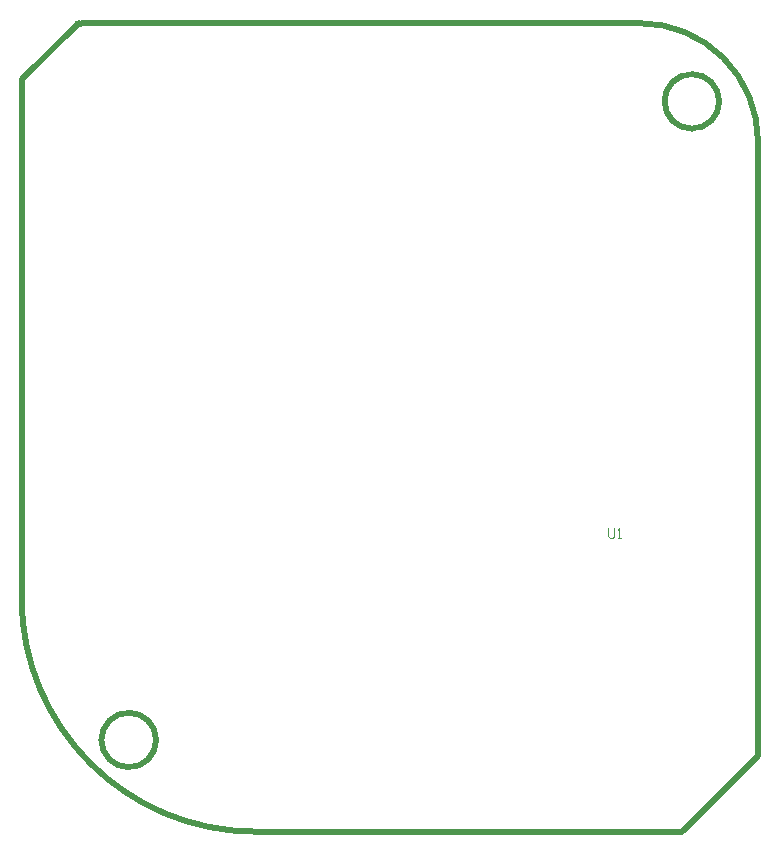
<source format=gm1>
G04*
G04 #@! TF.GenerationSoftware,Altium Limited,Altium Designer,22.1.2 (22)*
G04*
G04 Layer_Color=16711935*
%FSLAX25Y25*%
%MOIN*%
G70*
G04*
G04 #@! TF.SameCoordinates,02DF8324-4ACC-4833-93D7-4F50CCD373BD*
G04*
G04*
G04 #@! TF.FilePolarity,Positive*
G04*
G01*
G75*
%ADD63C,0.02000*%
%ADD64C,0.00394*%
D63*
X481431Y351038D02*
G03*
X472307Y341914I0J-9124D01*
G01*
X490555D02*
G03*
X481431Y351038I-9124J0D01*
G01*
Y332789D02*
G03*
X490555Y341914I0J9124D01*
G01*
X472307D02*
G03*
X481431Y332789I9124J0D01*
G01*
X293720Y138175D02*
G03*
X284596Y129051I0J-9124D01*
G01*
X302844D02*
G03*
X293720Y138175I-9124J0D01*
G01*
Y119927D02*
G03*
X302844Y129051I0J9124D01*
G01*
X284596D02*
G03*
X293720Y119927I9124J0D01*
G01*
X257998Y176497D02*
G03*
X336000Y98498I78001J3D01*
G01*
X478000D02*
G03*
X478356Y98647I0J501D01*
G01*
X503353Y123644D02*
G03*
X503502Y124000I-353J356D01*
G01*
X503502Y328485D02*
G03*
X463984Y368002I-39517J-0D01*
G01*
X278000D02*
G03*
X277500Y367539I0J-501D01*
G01*
X277500Y367539D02*
G03*
X276645Y367855I-500J-39D01*
G01*
X258147Y349356D02*
G03*
X257998Y349000I353J-356D01*
G01*
Y176500D02*
G03*
X257998Y176497I494J-0D01*
G01*
X336000Y98498D02*
X478000D01*
X478356Y98647D02*
X503353Y123644D01*
X503502Y328485D02*
X503502Y124000D01*
X278000Y368002D02*
X463984D01*
X258147Y349356D02*
X276645Y367855D01*
X257998Y176500D02*
Y349000D01*
D64*
X453500Y199649D02*
Y197025D01*
X454025Y196500D01*
X455074D01*
X455599Y197025D01*
Y199649D01*
X456649Y196500D02*
X457698D01*
X457173D01*
Y199649D01*
X456649Y199124D01*
M02*

</source>
